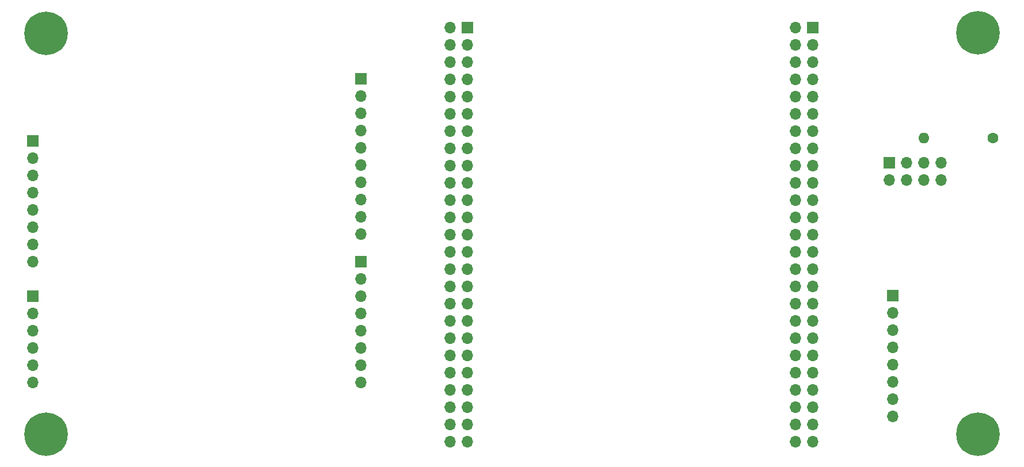
<source format=gbr>
%TF.GenerationSoftware,KiCad,Pcbnew,7.0.1*%
%TF.CreationDate,2023-05-07T16:57:40-06:00*%
%TF.ProjectId,Phase_C_STM_Shield,50686173-655f-4435-9f53-544d5f536869,rev?*%
%TF.SameCoordinates,Original*%
%TF.FileFunction,Soldermask,Top*%
%TF.FilePolarity,Negative*%
%FSLAX46Y46*%
G04 Gerber Fmt 4.6, Leading zero omitted, Abs format (unit mm)*
G04 Created by KiCad (PCBNEW 7.0.1) date 2023-05-07 16:57:40*
%MOMM*%
%LPD*%
G01*
G04 APERTURE LIST*
%ADD10R,1.700000X1.700000*%
%ADD11O,1.700000X1.700000*%
%ADD12C,6.400000*%
%ADD13C,1.600000*%
%ADD14O,1.600000X1.600000*%
G04 APERTURE END LIST*
D10*
%TO.C,J2*%
X161452400Y-42036200D03*
D11*
X158912400Y-42036200D03*
X161452400Y-44576200D03*
X158912400Y-44576200D03*
X161452400Y-47116200D03*
X158912400Y-47116200D03*
X161452400Y-49656200D03*
X158912400Y-49656200D03*
X161452400Y-52196200D03*
X158912400Y-52196200D03*
X161452400Y-54736200D03*
X158912400Y-54736200D03*
X161452400Y-57276200D03*
X158912400Y-57276200D03*
X161452400Y-59816200D03*
X158912400Y-59816200D03*
X161452400Y-62356200D03*
X158912400Y-62356200D03*
X161452400Y-64896200D03*
X158912400Y-64896200D03*
X161452400Y-67436200D03*
X158912400Y-67436200D03*
X161452400Y-69976200D03*
X158912400Y-69976200D03*
X161452400Y-72516200D03*
X158912400Y-72516200D03*
X161452400Y-75056200D03*
X158912400Y-75056200D03*
X161452400Y-77596200D03*
X158912400Y-77596200D03*
X161452400Y-80136200D03*
X158912400Y-80136200D03*
X161452400Y-82676200D03*
X158912400Y-82676200D03*
X161452400Y-85216200D03*
X158912400Y-85216200D03*
X161452400Y-87756200D03*
X158912400Y-87756200D03*
X161452400Y-90296200D03*
X158912400Y-90296200D03*
X161452400Y-92836200D03*
X158912400Y-92836200D03*
X161452400Y-95376200D03*
X158912400Y-95376200D03*
X161452400Y-97916200D03*
X158912400Y-97916200D03*
X161452400Y-100456200D03*
X158912400Y-100456200D03*
X161452400Y-102996200D03*
X158912400Y-102996200D03*
%TD*%
D12*
%TO.C,H3*%
X185699400Y-101879400D03*
%TD*%
D10*
%TO.C,J6*%
X94970600Y-76454000D03*
D11*
X94970600Y-78994000D03*
X94970600Y-81534000D03*
X94970600Y-84074000D03*
X94970600Y-86614000D03*
X94970600Y-89154000D03*
X94970600Y-91694000D03*
X94970600Y-94234000D03*
%TD*%
D10*
%TO.C,J7*%
X172704600Y-61930600D03*
D11*
X172704600Y-64470600D03*
X175244600Y-61930600D03*
X175244600Y-64470600D03*
X177784600Y-61930600D03*
X177784600Y-64470600D03*
X180324600Y-61930600D03*
X180324600Y-64470600D03*
%TD*%
D10*
%TO.C,J1*%
X110662400Y-42016200D03*
D11*
X108122400Y-42016200D03*
X110662400Y-44556200D03*
X108122400Y-44556200D03*
X110662400Y-47096200D03*
X108122400Y-47096200D03*
X110662400Y-49636200D03*
X108122400Y-49636200D03*
X110662400Y-52176200D03*
X108122400Y-52176200D03*
X110662400Y-54716200D03*
X108122400Y-54716200D03*
X110662400Y-57256200D03*
X108122400Y-57256200D03*
X110662400Y-59796200D03*
X108122400Y-59796200D03*
X110662400Y-62336200D03*
X108122400Y-62336200D03*
X110662400Y-64876200D03*
X108122400Y-64876200D03*
X110662400Y-67416200D03*
X108122400Y-67416200D03*
X110662400Y-69956200D03*
X108122400Y-69956200D03*
X110662400Y-72496200D03*
X108122400Y-72496200D03*
X110662400Y-75036200D03*
X108122400Y-75036200D03*
X110662400Y-77576200D03*
X108122400Y-77576200D03*
X110662400Y-80116200D03*
X108122400Y-80116200D03*
X110662400Y-82656200D03*
X108122400Y-82656200D03*
X110662400Y-85196200D03*
X108122400Y-85196200D03*
X110662400Y-87736200D03*
X108122400Y-87736200D03*
X110662400Y-90276200D03*
X108122400Y-90276200D03*
X110662400Y-92816200D03*
X108122400Y-92816200D03*
X110662400Y-95356200D03*
X108122400Y-95356200D03*
X110662400Y-97896200D03*
X108122400Y-97896200D03*
X110662400Y-100436200D03*
X108122400Y-100436200D03*
X110662400Y-102976200D03*
X108122400Y-102976200D03*
%TD*%
D10*
%TO.C,J4*%
X46710600Y-81534000D03*
D11*
X46710600Y-84074000D03*
X46710600Y-86614000D03*
X46710600Y-89154000D03*
X46710600Y-91694000D03*
X46710600Y-94234000D03*
%TD*%
D10*
%TO.C,J3*%
X46710600Y-58674000D03*
D11*
X46710600Y-61214000D03*
X46710600Y-63754000D03*
X46710600Y-66294000D03*
X46710600Y-68834000D03*
X46710600Y-71374000D03*
X46710600Y-73914000D03*
X46710600Y-76454000D03*
%TD*%
D10*
%TO.C,J5*%
X94970600Y-49530000D03*
D11*
X94970600Y-52070000D03*
X94970600Y-54610000D03*
X94970600Y-57150000D03*
X94970600Y-59690000D03*
X94970600Y-62230000D03*
X94970600Y-64770000D03*
X94970600Y-67310000D03*
X94970600Y-69850000D03*
X94970600Y-72390000D03*
%TD*%
D13*
%TO.C,R1*%
X187919200Y-58247600D03*
D14*
X177759200Y-58247600D03*
%TD*%
D12*
%TO.C,H4*%
X48666400Y-101879400D03*
%TD*%
%TO.C,H1*%
X48666400Y-42849800D03*
%TD*%
D10*
%TO.C,J8*%
X173202600Y-81483200D03*
D11*
X173202600Y-84023200D03*
X173202600Y-86563200D03*
X173202600Y-89103200D03*
X173202600Y-91643200D03*
X173202600Y-94183200D03*
X173202600Y-96723200D03*
X173202600Y-99263200D03*
%TD*%
D12*
%TO.C,H2*%
X185699400Y-42824400D03*
%TD*%
M02*

</source>
